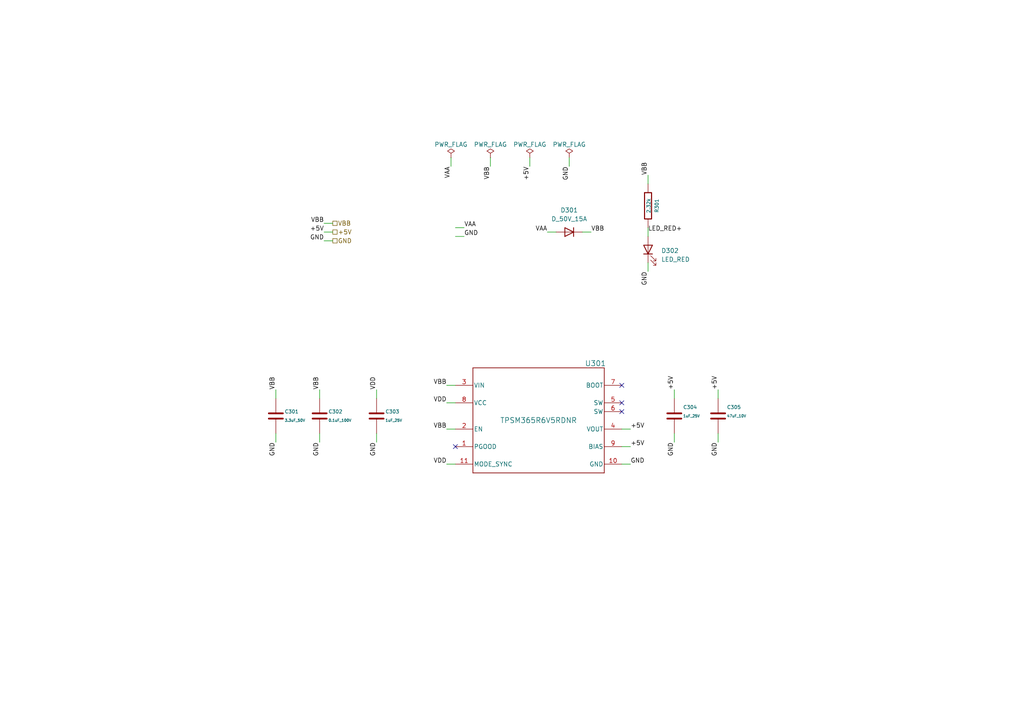
<source format=kicad_sch>
(kicad_sch (version 20230121) (generator eeschema)
  (paper "A4")
  (title_block (title "mouse-joystick-pcb") (date "2024-08-05") (rev "1.0") (company "Peter Polidoro"))
  (lib_symbols
    (symbol "Janelia:C_0.1uF_100V_0402" (pin_numbers hide) (pin_names (offset 0.254))
      (property "Reference" "C" (at 0 2.54 0))
      (property "Value" "0.1uF_100V" (at 0 0 0))
      (symbol "C_0.1uF_100V_0402_0_1"
        (polyline (pts (xy -2.032 -0.762) (xy 2.032 -0.762)) (stroke (width 0.508)))
        (polyline (pts (xy -2.032 0.762) (xy 2.032 0.762)) (stroke (width 0.508)))
      )
      (symbol "C_0.1uF_100V_0402_1_1"
        (pin passive line (at 0 5.08 270) (length 4.318) (name "~") (number "1"))
        (pin passive line (at 0 -5.08 90) (length 4.318) (name "~") (number "2"))
      )
    )
    (symbol "Janelia:C_1uF_25V_0402" (pin_numbers hide) (pin_names (offset 0.254))
      (property "Reference" "C" (at 0 2.54 0))
      (property "Value" "1uF_25V" (at 0 0 0))
      (symbol "C_1uF_25V_0402_0_1"
        (polyline (pts (xy -2.032 -0.762) (xy 2.032 -0.762)) (stroke (width 0.508)))
        (polyline (pts (xy -2.032 0.762) (xy 2.032 0.762)) (stroke (width 0.508)))
      )
      (symbol "C_1uF_25V_0402_1_1"
        (pin passive line (at 0 5.08 270) (length 4.318) (name "~") (number "1"))
        (pin passive line (at 0 -5.08 90) (length 4.318) (name "~") (number "2"))
      )
    )
    (symbol "Janelia:C_3.3uF_50V_1210" (pin_numbers hide) (pin_names (offset 0.254))
      (property "Reference" "C" (at 0 2.54 0))
      (property "Value" "3.3uF_50V" (at 0 0 0))
      (symbol "C_3.3uF_50V_1210_0_1"
        (polyline (pts (xy -2.032 -0.762) (xy 2.032 -0.762)) (stroke (width 0.508)))
        (polyline (pts (xy -2.032 0.762) (xy 2.032 0.762)) (stroke (width 0.508)))
      )
      (symbol "C_3.3uF_50V_1210_1_1"
        (pin passive line (at 0 5.08 270) (length 4.318) (name "~") (number "1"))
        (pin passive line (at 0 -5.08 90) (length 4.318) (name "~") (number "2"))
      )
    )
    (symbol "Janelia:C_47uF_10V_0805" (pin_numbers hide) (pin_names (offset 0.254))
      (property "Reference" "C" (at 0 2.54 0))
      (property "Value" "47uF_10V" (at 0 0 0))
      (symbol "C_47uF_10V_0805_0_1"
        (polyline (pts (xy -2.032 -0.762) (xy 2.032 -0.762)) (stroke (width 0.508)))
        (polyline (pts (xy -2.032 0.762) (xy 2.032 0.762)) (stroke (width 0.508)))
      )
      (symbol "C_47uF_10V_0805_1_1"
        (pin passive line (at 0 5.08 270) (length 4.318) (name "~") (number "1"))
        (pin passive line (at 0 -5.08 90) (length 4.318) (name "~") (number "2"))
      )
    )
    (symbol "Janelia:D_50V_15A" (pin_numbers hide) (pin_names (offset 1.016) hide)
      (property "Reference" "D" (at 0 2.54 0))
      (property "Value" "D_50V_15A" (at 0 -2.54 0))
      (symbol "D_50V_15A_0_1"
        (polyline (pts (xy -1.27 1.27) (xy -1.27 -1.27)) (stroke (width 0.254)))
        (polyline (pts (xy 1.27 0) (xy -1.27 0)))
        (polyline (pts (xy 1.27 1.27) (xy 1.27 -1.27) (xy -1.27 0) (xy 1.27 1.27)) (stroke (width 0.254)))
      )
      (symbol "D_50V_15A_1_1"
        (pin passive line (at -3.81 0 0) (length 2.54) (name "K") (number "1"))
        (pin passive line (at 3.81 0 180) (length 2.54) (name "A") (number "2"))
      )
    )
    (symbol "Janelia:LED_KNB_20mA_RED_1.95V_0402" (pin_numbers hide) (pin_names (offset 1.016) hide)
      (property "Reference" "D" (at 0 2.54 0))
      (property "Value" "LED_RED" (at 0 -2.54 0))
      (symbol "LED_KNB_20mA_RED_1.95V_0402_0_1"
        (polyline (pts (xy -1.27 -1.27) (xy -1.27 1.27)) (stroke (width 0.254)))
        (polyline (pts (xy -1.27 0) (xy 1.27 0)))
        (polyline (pts (xy 1.27 -1.27) (xy 1.27 1.27) (xy -1.27 0) (xy 1.27 -1.27)) (stroke (width 0.254)))
        (polyline (pts (xy -3.048 -0.762) (xy -4.572 -2.286) (xy -3.81 -2.286) (xy -4.572 -2.286) (xy -4.572 -1.524)))
        (polyline (pts (xy -1.778 -0.762) (xy -3.302 -2.286) (xy -2.54 -2.286) (xy -3.302 -2.286) (xy -3.302 -1.524)))
      )
      (symbol "LED_KNB_20mA_RED_1.95V_0402_1_1"
        (pin passive line (at -3.81 0 0) (length 2.54) (name "K") (number "1"))
        (pin passive line (at 3.81 0 180) (length 2.54) (name "A") (number "2"))
      )
    )
    (symbol "Janelia:R_2.32k_1W_0805" (pin_numbers hide) (pin_names (offset 0))
      (property "Reference" "R" (at 2.032 0 90))
      (property "Value" "2.32k" (at 0.1778 0.0254 90))
      (symbol "R_2.32k_1W_0805_0_1"
        (rectangle (start -1.016 3.81) (end 1.016 -3.81) (stroke (width 0.3048)))
      )
      (symbol "R_2.32k_1W_0805_1_1"
        (pin passive line (at 0 6.35 270) (length 2.54) (name "~") (number "1"))
        (pin passive line (at 0 -6.35 90) (length 2.54) (name "~") (number "2"))
      )
    )
    (symbol "Janelia:TPSM365R6V5RDNR" (pin_names (offset 0.254))
      (property "Reference" "U" (at 16.51 16.51 0))
      (property "Value" "TPSM365R6V5RDNR" (at 0 0 0))
      (symbol "TPSM365R6V5RDNR_0_1"
        (polyline (pts (xy -19.05 -15.24) (xy 19.05 -15.24)) (stroke (width 0.2032)))
        (polyline (pts (xy -19.05 15.24) (xy -19.05 -15.24)) (stroke (width 0.2032)))
        (polyline (pts (xy 19.05 -15.24) (xy 19.05 15.24)) (stroke (width 0.2032)))
        (polyline (pts (xy 19.05 15.24) (xy -19.05 15.24)) (stroke (width 0.2032)))
        (pin open_collector line (at -24.13 -7.62 0) (length 5.08) (name "PGOOD") (number "1"))
        (pin power_in line (at 24.13 -12.7 180) (length 5.08) (name "GND") (number "10"))
        (pin unspecified line (at -24.13 -12.7 0) (length 5.08) (name "MODE_SYNC") (number "11"))
        (pin input line (at -24.13 -2.54 0) (length 5.08) (name "EN") (number "2"))
        (pin power_in line (at -24.13 10.16 0) (length 5.08) (name "VIN") (number "3"))
        (pin unspecified line (at 24.13 -2.54 180) (length 5.08) (name "VOUT") (number "4"))
        (pin unspecified line (at 24.13 5.08 180) (length 5.08) (name "SW") (number "5"))
        (pin unspecified line (at 24.13 2.54 180) (length 5.08) (name "SW") (number "6"))
        (pin unspecified line (at 24.13 10.16 180) (length 5.08) (name "BOOT") (number "7"))
        (pin unspecified line (at -24.13 5.08 0) (length 5.08) (name "VCC") (number "8"))
        (pin unspecified line (at 24.13 -7.62 180) (length 5.08) (name "BIAS") (number "9"))
      )
    )
    (symbol "power:PWR_FLAG" (power) (pin_numbers hide) (pin_names (offset 0) hide)
      (property "Value" "PWR_FLAG" (at 0 3.81 0))
      (symbol "PWR_FLAG_0_0"
        (pin power_out line (at 0 0 90) (length 0) (name "pwr") (number "1"))
      )
      (symbol "PWR_FLAG_0_1"
        (polyline (pts (xy 0 0) (xy 0 1.27) (xy -1.016 1.905) (xy 0 2.54) (xy 1.016 1.905) (xy 0 1.27)))
      )
    )
  )
  (no_connect (at 180.34 119.38))
  (no_connect (at 180.34 116.84))
  (no_connect (at 132.08 129.54))
  (no_connect (at 180.34 111.76))
  (wire (pts (xy 195.58 125.73) (xy 195.58 128.27)))
  (wire (pts (xy 96.52 64.77) (xy 93.98 64.77)))
  (wire (pts (xy 109.22 115.57) (xy 109.22 113.03)))
  (wire (pts (xy 132.08 68.58) (xy 134.62 68.58)))
  (wire (pts (xy 80.01 125.73) (xy 80.01 128.27)))
  (wire (pts (xy 165.1 45.72) (xy 165.1 48.26)))
  (wire (pts (xy 109.22 125.73) (xy 109.22 128.27)))
  (wire (pts (xy 80.01 115.57) (xy 80.01 113.03)))
  (wire (pts (xy 168.91 67.31) (xy 171.45 67.31)))
  (wire (pts (xy 180.34 129.54) (xy 182.88 129.54)))
  (wire (pts (xy 187.96 76.2) (xy 187.96 78.74)))
  (wire (pts (xy 180.34 134.62) (xy 182.88 134.62)))
  (wire (pts (xy 142.24 45.72) (xy 142.24 48.26)))
  (wire (pts (xy 132.08 124.46) (xy 129.54 124.46)))
  (wire (pts (xy 208.28 115.57) (xy 208.28 113.03)))
  (wire (pts (xy 130.81 45.72) (xy 130.81 48.26)))
  (wire (pts (xy 96.52 67.31) (xy 93.98 67.31)))
  (wire (pts (xy 96.52 69.85) (xy 93.98 69.85)))
  (wire (pts (xy 153.67 45.72) (xy 153.67 48.26)))
  (wire (pts (xy 132.08 116.84) (xy 129.54 116.84)))
  (wire (pts (xy 92.71 125.73) (xy 92.71 128.27)))
  (wire (pts (xy 195.58 115.57) (xy 195.58 113.03)))
  (wire (pts (xy 132.08 111.76) (xy 129.54 111.76)))
  (wire (pts (xy 187.96 53.34) (xy 187.96 50.8)))
  (wire (pts (xy 132.08 66.04) (xy 134.62 66.04)))
  (wire (pts (xy 208.28 125.73) (xy 208.28 128.27)))
  (wire (pts (xy 92.71 115.57) (xy 92.71 113.03)))
  (wire (pts (xy 161.29 67.31) (xy 158.75 67.31)))
  (wire (pts (xy 180.34 124.46) (xy 182.88 124.46)))
  (wire (pts (xy 132.08 134.62) (xy 129.54 134.62)))
  (wire (pts (xy 187.96 66.04) (xy 187.96 68.58)))
  (label "GND" (at 134.62 68.58 0))
  (label "+5V" (at 208.28 113.03 90))
  (label "VDD" (at 109.22 113.03 90))
  (label "GND" (at 93.98 69.85 180))
  (label "VBB" (at 80.01 113.03 90))
  (label "GND" (at 187.96 78.74 270))
  (label "VBB" (at 171.45 67.31 0))
  (label "LED_RED+" (at 187.96 67.31 0))
  (label "GND" (at 92.71 128.27 270))
  (label "VBB" (at 93.98 64.77 180))
  (label "+5V" (at 182.88 129.54 0))
  (label "VDD" (at 129.54 116.84 180))
  (label "VBB" (at 129.54 124.46 180))
  (label "+5V" (at 182.88 124.46 0))
  (label "VBB" (at 142.24 48.26 270))
  (label "VBB" (at 92.71 113.03 90))
  (label "+5V" (at 195.58 113.03 90))
  (label "GND" (at 80.01 128.27 270))
  (label "VBB" (at 129.54 111.76 180))
  (label "VAA" (at 130.81 48.26 270))
  (label "GND" (at 182.88 134.62 0))
  (label "+5V" (at 93.98 67.31 180))
  (label "GND" (at 109.22 128.27 270))
  (label "+5V" (at 153.67 48.26 270))
  (label "VAA" (at 158.75 67.31 180))
  (label "GND" (at 195.58 128.27 270))
  (label "GND" (at 208.28 128.27 270))
  (label "GND" (at 165.1 48.26 270))
  (label "VDD" (at 129.54 134.62 180))
  (label "VAA" (at 134.62 66.04 0))
  (label "VBB" (at 187.96 50.8 90))
  (hierarchical_label "VBB" (shape passive) (at 96.52 64.77 0))
  (hierarchical_label "+5V" (shape passive) (at 96.52 67.31 0))
  (hierarchical_label "GND" (shape passive) (at 96.52 69.85 0))
  (symbol (lib_id "Janelia:C_3.3uF_50V_1210") (at 80.01 120.65 0) (unit 1)
    (property "Reference" "C301" (at 82.55 119.38 0) (effects (font (size 1.016 1.016)) (justify left)))
    (property "Value" "3.3uF_50V" (at 82.55 121.92 0) (effects (font (size 0.762 0.762)) (justify left)))
    (property "Footprint" "Janelia:C_1210_3225Metric" (effects hide))
    (property "Vendor" "JLCPCB" (effects hide))
    (property "Vendor Part Number" "C1021610" (effects hide))
    (property "Synopsis" "50V 3.3uF" (effects hide))
    (property "Package" "1210" (effects hide))
    (property "Manufacturer" "PSA(Prosperity Dielectrics)" (effects hide))
    (property "Manufacturer Part Number" "FS32X335K500EGG" (effects hide))
    (property "LCSC" "C1021610" (effects hide))
  )
  (symbol (lib_id "power:PWR_FLAG") (at 130.81 45.72 0) (unit 1)
    (property "Reference" "#FLG0301" (effects hide))
    (property "Value" "PWR_FLAG" (at 130.81 41.91 0))
  )
  (symbol (lib_id "power:PWR_FLAG") (at 165.1 45.72 0) (unit 1)
    (property "Reference" "#FLG0304" (effects hide))
    (property "Value" "PWR_FLAG" (at 165.1 41.91 0))
  )
  (symbol (lib_id "Janelia:D_50V_15A") (at 165.1 67.31 180) (unit 1)
    (property "Reference" "D301" (at 165.1 60.96 0))
    (property "Value" "D_50V_15A" (at 165.1 63.5 0))
    (property "Footprint" "Janelia:POWERDI5_DIO" (effects hide))
    (property "Sim.Pins" "1=K 2=A" (effects hide))
    (property "Synopsis" "50V 15A PowerDI-5 Super Barrier Rectifier" (effects hide))
    (property "Package" "PowerDI-5" (effects hide))
    (property "Manufacturer" "Diodes Incorporated" (effects hide))
    (property "Manufacturer Part Number" "SBRT15U50SP5-13" (effects hide))
    (property "Vendor" "Digi-Key" (effects hide))
    (property "Vendor Part Number" "SBRT15U50SP5-13DICT-ND" (effects hide))
    (property "LCSC" "C211388" (effects hide))
    (property "Sim.Enable" "0" (effects hide))
  )
  (symbol (lib_id "Janelia:C_1uF_25V_0402") (at 109.22 120.65 0) (unit 1)
    (property "Reference" "C303" (at 111.76 119.38 0) (effects (font (size 1.016 1.016)) (justify left)))
    (property "Value" "1uF_25V" (at 111.76 121.92 0) (effects (font (size 0.762 0.762)) (justify left)))
    (property "Footprint" "Janelia:C_0402_1005Metric" (effects hide))
    (property "Vendor" "Digi-Key" (effects hide))
    (property "Vendor Part Number" "490-12263-1-ND" (effects hide))
    (property "Synopsis" "CAP CER 1UF 25V X5R" (effects hide))
    (property "Package" "0402" (effects hide))
    (property "Manufacturer" "Murata Electronics" (effects hide))
    (property "Manufacturer Part Number" "GRT155R61E105KE01D" (effects hide))
    (property "LCSC" "C711085" (effects hide))
  )
  (symbol (lib_id "Janelia:LED_KNB_20mA_RED_1.95V_0402") (at 187.96 72.39 90) (unit 1)
    (property "Reference" "D302" (at 191.77 72.7075 90) (effects (justify right)))
    (property "Value" "LED_RED" (at 191.77 75.2475 90) (effects (justify right)))
    (property "Footprint" "Janelia:LED_0402-1005_KNB" (effects hide))
    (property "Synopsis" "LED RED CLEAR CHIP SMD" (effects hide))
    (property "Package" "0402" (effects hide))
    (property "Manufacturer" "Kingbright" (effects hide))
    (property "Manufacturer Part Number" "APHHS1005SURCK" (effects hide))
    (property "Vendor" "Digi-Key" (effects hide))
    (property "Vendor Part Number" "754-1104-1-ND" (effects hide))
    (property "LCSC" "C2852592" (effects hide))
  )
  (symbol (lib_id "power:PWR_FLAG") (at 153.67 45.72 0) (unit 1)
    (property "Reference" "#FLG0303" (effects hide))
    (property "Value" "PWR_FLAG" (at 153.67 41.91 0))
  )
  (symbol (lib_id "Janelia:C_47uF_10V_0805") (at 208.28 120.65 0) (unit 1)
    (property "Reference" "C305" (at 210.82 118.11 0) (effects (font (size 1.016 1.016)) (justify left)))
    (property "Value" "47uF_10V" (at 210.82 120.65 0) (effects (font (size 0.762 0.762)) (justify left)))
    (property "Footprint" "Janelia:C_0805_2012Metric" (effects hide))
    (property "Vendor" "Digi-Key" (effects hide))
    (property "Vendor Part Number" "445-8239-1-ND" (effects hide))
    (property "Package" "0805" (effects hide))
    (property "Manufacturer" "TDK Corporation" (effects hide))
    (property "Manufacturer Part Number" "C2012X5R1A476M125AC" (effects hide))
    (property "Synopsis" "CAP CER 47UF 10V X5R" (effects hide))
    (property "LCSC" "C2182652" (effects hide))
  )
  (symbol (lib_id "Janelia:C_1uF_25V_0402") (at 195.58 120.65 0) (unit 1)
    (property "Reference" "C304" (at 198.12 118.11 0) (effects (font (size 1.016 1.016)) (justify left)))
    (property "Value" "1uF_25V" (at 198.12 120.65 0) (effects (font (size 0.762 0.762)) (justify left)))
    (property "Footprint" "Janelia:C_0402_1005Metric" (effects hide))
    (property "Vendor" "Digi-Key" (effects hide))
    (property "Vendor Part Number" "490-12263-1-ND" (effects hide))
    (property "Synopsis" "CAP CER 1UF 25V X5R" (effects hide))
    (property "Package" "0402" (effects hide))
    (property "Manufacturer" "Murata Electronics" (effects hide))
    (property "Manufacturer Part Number" "GRT155R61E105KE01D" (effects hide))
    (property "LCSC" "C711085" (effects hide))
  )
  (symbol (lib_id "power:PWR_FLAG") (at 142.24 45.72 0) (unit 1)
    (property "Reference" "#FLG0302" (effects hide))
    (property "Value" "PWR_FLAG" (at 142.24 41.91 0))
  )
  (symbol (lib_id "Janelia:R_2.32k_1W_0805") (at 187.96 59.69 0) (unit 1)
    (property "Reference" "R301" (at 190.5 59.69 90) (effects (font (size 1.016 1.016))))
    (property "Value" "2.32k" (at 188.1378 59.6646 90) (effects (font (size 1.016 1.016))))
    (property "Footprint" "Janelia:R_0805_2012Metric" (effects hide))
    (property "Package" "0805" (effects hide))
    (property "Manufacturer" "TE Connectivity Passive Product" (effects hide))
    (property "Manufacturer Part Number" "RA73F2A2K32BTD" (effects hide))
    (property "Vendor" "Digi-Key" (effects hide))
    (property "Vendor Part Number" "1712-RA73F2A2K32BTDCT-ND" (effects hide))
    (property "Synopsis" "RA73F 2A 2K32 0.1% 5K RL" (effects hide))
    (property "LCSC" "C3961061" (effects hide))
  )
  (symbol (lib_id "Janelia:TPSM365R6V5RDNR") (at 156.21 121.92 0) (unit 1)
    (property "Reference" "U301" (at 172.72 105.41 0) (effects (font (size 1.524 1.524))))
    (property "Value" "TPSM365R6V5RDNR" (at 156.21 121.92 0) (effects (font (size 1.524 1.524))))
    (property "Footprint" "Janelia:RDN0011A-MFG" (effects hide))
    (property "Synopsis" "DC-DC 5V 600mA Output 3-65V Input" (effects hide))
    (property "Manufacturer" "Texas Instruments" (effects hide))
    (property "Manufacturer Part Number" "TPSM365R6V5RDNR" (effects hide))
    (property "Vendor" "Digi-Key" (effects hide))
    (property "Vendor Part Number" "296-TPSM365R6V5RDNRCT-ND" (effects hide))
    (property "LCSC" "C19078014" (effects hide))
    (property "Package" "QFN-11(3.5x4.5)" (effects hide))
  )
  (symbol (lib_id "Janelia:C_0.1uF_100V_0402") (at 92.71 120.65 0) (unit 1)
    (property "Reference" "C302" (at 95.25 119.38 0) (effects (font (size 1.016 1.016)) (justify left)))
    (property "Value" "0.1uF_100V" (at 95.25 121.92 0) (effects (font (size 0.762 0.762)) (justify left)))
    (property "Footprint" "Janelia:C_0402_1005Metric" (effects hide))
    (property "Vendor" "Digi-Key" (effects hide))
    (property "Vendor Part Number" "490-10458-1-ND" (effects hide))
    (property "Synopsis" "CAP CER 0.1UF 100V X5R" (effects hide))
    (property "Manufacturer" "Murata Electronics" (effects hide))
    (property "Manufacturer Part Number" "GRM155R62A104KE14D" (effects hide))
    (property "Package" "0402" (effects hide))
    (property "LCSC" "C162178" (effects hide))
  )
)
</source>
